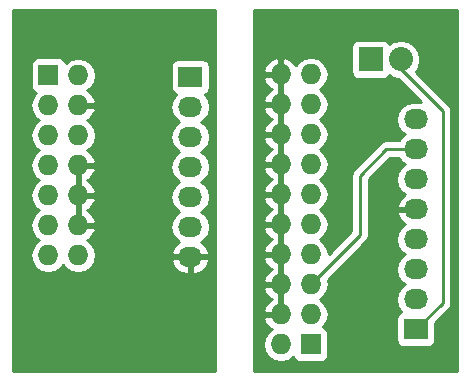
<source format=gbr>
G04 #@! TF.FileFunction,Copper,L2,Bot,Signal*
%FSLAX46Y46*%
G04 Gerber Fmt 4.6, Leading zero omitted, Abs format (unit mm)*
G04 Created by KiCad (PCBNEW 4.0.6) date 02/20/18 13:27:19*
%MOMM*%
%LPD*%
G01*
G04 APERTURE LIST*
%ADD10C,0.100000*%
%ADD11R,1.727200X1.727200*%
%ADD12O,1.727200X1.727200*%
%ADD13R,2.032000X1.727200*%
%ADD14O,2.032000X1.727200*%
%ADD15R,2.032000X2.032000*%
%ADD16O,2.032000X2.032000*%
%ADD17C,0.250000*%
%ADD18C,0.254000*%
G04 APERTURE END LIST*
D10*
D11*
X108730000Y-69220000D03*
D12*
X111270000Y-69220000D03*
X108730000Y-71760000D03*
X111270000Y-71760000D03*
X108730000Y-74300000D03*
X111270000Y-74300000D03*
X108730000Y-76840000D03*
X111270000Y-76840000D03*
X108730000Y-79380000D03*
X111270000Y-79380000D03*
X108730000Y-81920000D03*
X111270000Y-81920000D03*
X108730000Y-84460000D03*
X111270000Y-84460000D03*
D11*
X130936200Y-92009900D03*
D12*
X128396200Y-92009900D03*
X130936200Y-89469900D03*
X128396200Y-89469900D03*
X130936200Y-86929900D03*
X128396200Y-86929900D03*
X130936200Y-84389900D03*
X128396200Y-84389900D03*
X130936200Y-81849900D03*
X128396200Y-81849900D03*
X130936200Y-79309900D03*
X128396200Y-79309900D03*
X130936200Y-76769900D03*
X128396200Y-76769900D03*
X130936200Y-74229900D03*
X128396200Y-74229900D03*
X130936200Y-71689900D03*
X128396200Y-71689900D03*
X130936200Y-69149900D03*
X128396200Y-69149900D03*
D13*
X120744200Y-69357160D03*
D14*
X120744200Y-71897160D03*
X120744200Y-74437160D03*
X120744200Y-76977160D03*
X120744200Y-79517160D03*
X120744200Y-82057160D03*
X120744200Y-84597160D03*
D13*
X139826200Y-90739900D03*
D14*
X139826200Y-88199900D03*
X139826200Y-85659900D03*
X139826200Y-83119900D03*
X139826200Y-80579900D03*
X139826200Y-78039900D03*
X139826200Y-75499900D03*
X139826200Y-72959900D03*
D15*
X136016200Y-67879900D03*
D16*
X138556200Y-67879900D03*
D17*
X138556200Y-67879900D02*
X138556200Y-68692700D01*
X138556200Y-68692700D02*
X142102040Y-72238540D01*
X142102040Y-72238540D02*
X142102040Y-88464060D01*
X142102040Y-88464060D02*
X139826200Y-90739900D01*
X139826200Y-75499900D02*
X137331920Y-75499900D01*
X135117040Y-82749060D02*
X130936200Y-86929900D01*
X135117040Y-77714780D02*
X135117040Y-82749060D01*
X137331920Y-75499900D02*
X135117040Y-77714780D01*
D18*
G36*
X143290000Y-94290000D02*
X126127000Y-94290000D01*
X126127000Y-92009900D01*
X126868241Y-92009900D01*
X126982315Y-92583389D01*
X127307171Y-93069570D01*
X127793352Y-93394426D01*
X128366841Y-93508500D01*
X128425559Y-93508500D01*
X128999048Y-93394426D01*
X129464642Y-93083326D01*
X129469438Y-93108817D01*
X129608510Y-93324941D01*
X129820710Y-93469931D01*
X130072600Y-93520940D01*
X131799800Y-93520940D01*
X132035117Y-93476662D01*
X132251241Y-93337590D01*
X132396231Y-93125390D01*
X132447240Y-92873500D01*
X132447240Y-91146300D01*
X132402962Y-90910983D01*
X132263890Y-90694859D01*
X132051690Y-90549869D01*
X132008069Y-90541036D01*
X132025229Y-90529570D01*
X132350085Y-90043389D01*
X132464159Y-89469900D01*
X132350085Y-88896411D01*
X132025229Y-88410230D01*
X131710448Y-88199900D01*
X132025229Y-87989570D01*
X132350085Y-87503389D01*
X132464159Y-86929900D01*
X132388975Y-86551927D01*
X135654441Y-83286461D01*
X135819188Y-83039899D01*
X135877040Y-82749060D01*
X135877040Y-78029582D01*
X137646722Y-76259900D01*
X138381552Y-76259900D01*
X138581785Y-76559570D01*
X138896566Y-76769900D01*
X138581785Y-76980230D01*
X138256929Y-77466411D01*
X138142855Y-78039900D01*
X138256929Y-78613389D01*
X138581785Y-79099570D01*
X138891269Y-79306361D01*
X138475468Y-79677864D01*
X138221491Y-80205109D01*
X138218842Y-80220874D01*
X138339983Y-80452900D01*
X139699200Y-80452900D01*
X139699200Y-80432900D01*
X139953200Y-80432900D01*
X139953200Y-80452900D01*
X139973200Y-80452900D01*
X139973200Y-80706900D01*
X139953200Y-80706900D01*
X139953200Y-80726900D01*
X139699200Y-80726900D01*
X139699200Y-80706900D01*
X138339983Y-80706900D01*
X138218842Y-80938926D01*
X138221491Y-80954691D01*
X138475468Y-81481936D01*
X138891269Y-81853439D01*
X138581785Y-82060230D01*
X138256929Y-82546411D01*
X138142855Y-83119900D01*
X138256929Y-83693389D01*
X138581785Y-84179570D01*
X138896566Y-84389900D01*
X138581785Y-84600230D01*
X138256929Y-85086411D01*
X138142855Y-85659900D01*
X138256929Y-86233389D01*
X138581785Y-86719570D01*
X138896566Y-86929900D01*
X138581785Y-87140230D01*
X138256929Y-87626411D01*
X138142855Y-88199900D01*
X138256929Y-88773389D01*
X138581785Y-89259570D01*
X138596113Y-89269143D01*
X138574883Y-89273138D01*
X138358759Y-89412210D01*
X138213769Y-89624410D01*
X138162760Y-89876300D01*
X138162760Y-91603500D01*
X138207038Y-91838817D01*
X138346110Y-92054941D01*
X138558310Y-92199931D01*
X138810200Y-92250940D01*
X140842200Y-92250940D01*
X141077517Y-92206662D01*
X141293641Y-92067590D01*
X141438631Y-91855390D01*
X141489640Y-91603500D01*
X141489640Y-90151262D01*
X142639441Y-89001461D01*
X142804188Y-88754899D01*
X142862040Y-88464060D01*
X142862040Y-72238540D01*
X142804188Y-71947701D01*
X142639441Y-71701139D01*
X139841532Y-68903230D01*
X140081525Y-68544055D01*
X140207200Y-67912245D01*
X140207200Y-67847555D01*
X140081525Y-67215745D01*
X139723633Y-66680122D01*
X139188010Y-66322230D01*
X138556200Y-66196555D01*
X137924390Y-66322230D01*
X137584408Y-66549399D01*
X137496290Y-66412459D01*
X137284090Y-66267469D01*
X137032200Y-66216460D01*
X135000200Y-66216460D01*
X134764883Y-66260738D01*
X134548759Y-66399810D01*
X134403769Y-66612010D01*
X134352760Y-66863900D01*
X134352760Y-68895900D01*
X134397038Y-69131217D01*
X134536110Y-69347341D01*
X134748310Y-69492331D01*
X135000200Y-69543340D01*
X137032200Y-69543340D01*
X137267517Y-69499062D01*
X137483641Y-69359990D01*
X137585398Y-69211063D01*
X137924390Y-69437570D01*
X138301225Y-69512527D01*
X140309356Y-71520658D01*
X140010945Y-71461300D01*
X139641455Y-71461300D01*
X139067966Y-71575374D01*
X138581785Y-71900230D01*
X138256929Y-72386411D01*
X138142855Y-72959900D01*
X138256929Y-73533389D01*
X138581785Y-74019570D01*
X138896566Y-74229900D01*
X138581785Y-74440230D01*
X138381552Y-74739900D01*
X137331920Y-74739900D01*
X137041080Y-74797752D01*
X136794519Y-74962499D01*
X134579639Y-77177379D01*
X134414892Y-77423941D01*
X134357040Y-77714780D01*
X134357040Y-82434258D01*
X132453746Y-84337552D01*
X132350085Y-83816411D01*
X132025229Y-83330230D01*
X131710448Y-83119900D01*
X132025229Y-82909570D01*
X132350085Y-82423389D01*
X132464159Y-81849900D01*
X132350085Y-81276411D01*
X132025229Y-80790230D01*
X131710448Y-80579900D01*
X132025229Y-80369570D01*
X132350085Y-79883389D01*
X132464159Y-79309900D01*
X132350085Y-78736411D01*
X132025229Y-78250230D01*
X131710448Y-78039900D01*
X132025229Y-77829570D01*
X132350085Y-77343389D01*
X132464159Y-76769900D01*
X132350085Y-76196411D01*
X132025229Y-75710230D01*
X131710448Y-75499900D01*
X132025229Y-75289570D01*
X132350085Y-74803389D01*
X132464159Y-74229900D01*
X132350085Y-73656411D01*
X132025229Y-73170230D01*
X131710448Y-72959900D01*
X132025229Y-72749570D01*
X132350085Y-72263389D01*
X132464159Y-71689900D01*
X132350085Y-71116411D01*
X132025229Y-70630230D01*
X131710448Y-70419900D01*
X132025229Y-70209570D01*
X132350085Y-69723389D01*
X132464159Y-69149900D01*
X132350085Y-68576411D01*
X132025229Y-68090230D01*
X131539048Y-67765374D01*
X130965559Y-67651300D01*
X130906841Y-67651300D01*
X130333352Y-67765374D01*
X129847171Y-68090230D01*
X129666208Y-68361061D01*
X129284690Y-67943079D01*
X128755227Y-67694932D01*
X128523200Y-67815431D01*
X128523200Y-69022900D01*
X128543200Y-69022900D01*
X128543200Y-69276900D01*
X128523200Y-69276900D01*
X128523200Y-71562900D01*
X128543200Y-71562900D01*
X128543200Y-71816900D01*
X128523200Y-71816900D01*
X128523200Y-74102900D01*
X128543200Y-74102900D01*
X128543200Y-74356900D01*
X128523200Y-74356900D01*
X128523200Y-76642900D01*
X128543200Y-76642900D01*
X128543200Y-76896900D01*
X128523200Y-76896900D01*
X128523200Y-79182900D01*
X128543200Y-79182900D01*
X128543200Y-79436900D01*
X128523200Y-79436900D01*
X128523200Y-81722900D01*
X128543200Y-81722900D01*
X128543200Y-81976900D01*
X128523200Y-81976900D01*
X128523200Y-84262900D01*
X128543200Y-84262900D01*
X128543200Y-84516900D01*
X128523200Y-84516900D01*
X128523200Y-86802900D01*
X128543200Y-86802900D01*
X128543200Y-87056900D01*
X128523200Y-87056900D01*
X128523200Y-89342900D01*
X128543200Y-89342900D01*
X128543200Y-89596900D01*
X128523200Y-89596900D01*
X128523200Y-89616900D01*
X128269200Y-89616900D01*
X128269200Y-89596900D01*
X127062383Y-89596900D01*
X126941242Y-89828926D01*
X127113512Y-90244847D01*
X127507710Y-90676721D01*
X127630428Y-90734236D01*
X127307171Y-90950230D01*
X126982315Y-91436411D01*
X126868241Y-92009900D01*
X126127000Y-92009900D01*
X126127000Y-87288926D01*
X126941242Y-87288926D01*
X127113512Y-87704847D01*
X127507710Y-88136721D01*
X127642513Y-88199900D01*
X127507710Y-88263079D01*
X127113512Y-88694953D01*
X126941242Y-89110874D01*
X127062383Y-89342900D01*
X128269200Y-89342900D01*
X128269200Y-87056900D01*
X127062383Y-87056900D01*
X126941242Y-87288926D01*
X126127000Y-87288926D01*
X126127000Y-84748926D01*
X126941242Y-84748926D01*
X127113512Y-85164847D01*
X127507710Y-85596721D01*
X127642513Y-85659900D01*
X127507710Y-85723079D01*
X127113512Y-86154953D01*
X126941242Y-86570874D01*
X127062383Y-86802900D01*
X128269200Y-86802900D01*
X128269200Y-84516900D01*
X127062383Y-84516900D01*
X126941242Y-84748926D01*
X126127000Y-84748926D01*
X126127000Y-82208926D01*
X126941242Y-82208926D01*
X127113512Y-82624847D01*
X127507710Y-83056721D01*
X127642513Y-83119900D01*
X127507710Y-83183079D01*
X127113512Y-83614953D01*
X126941242Y-84030874D01*
X127062383Y-84262900D01*
X128269200Y-84262900D01*
X128269200Y-81976900D01*
X127062383Y-81976900D01*
X126941242Y-82208926D01*
X126127000Y-82208926D01*
X126127000Y-79668926D01*
X126941242Y-79668926D01*
X127113512Y-80084847D01*
X127507710Y-80516721D01*
X127642513Y-80579900D01*
X127507710Y-80643079D01*
X127113512Y-81074953D01*
X126941242Y-81490874D01*
X127062383Y-81722900D01*
X128269200Y-81722900D01*
X128269200Y-79436900D01*
X127062383Y-79436900D01*
X126941242Y-79668926D01*
X126127000Y-79668926D01*
X126127000Y-77128926D01*
X126941242Y-77128926D01*
X127113512Y-77544847D01*
X127507710Y-77976721D01*
X127642513Y-78039900D01*
X127507710Y-78103079D01*
X127113512Y-78534953D01*
X126941242Y-78950874D01*
X127062383Y-79182900D01*
X128269200Y-79182900D01*
X128269200Y-76896900D01*
X127062383Y-76896900D01*
X126941242Y-77128926D01*
X126127000Y-77128926D01*
X126127000Y-74588926D01*
X126941242Y-74588926D01*
X127113512Y-75004847D01*
X127507710Y-75436721D01*
X127642513Y-75499900D01*
X127507710Y-75563079D01*
X127113512Y-75994953D01*
X126941242Y-76410874D01*
X127062383Y-76642900D01*
X128269200Y-76642900D01*
X128269200Y-74356900D01*
X127062383Y-74356900D01*
X126941242Y-74588926D01*
X126127000Y-74588926D01*
X126127000Y-72048926D01*
X126941242Y-72048926D01*
X127113512Y-72464847D01*
X127507710Y-72896721D01*
X127642513Y-72959900D01*
X127507710Y-73023079D01*
X127113512Y-73454953D01*
X126941242Y-73870874D01*
X127062383Y-74102900D01*
X128269200Y-74102900D01*
X128269200Y-71816900D01*
X127062383Y-71816900D01*
X126941242Y-72048926D01*
X126127000Y-72048926D01*
X126127000Y-69508926D01*
X126941242Y-69508926D01*
X127113512Y-69924847D01*
X127507710Y-70356721D01*
X127642513Y-70419900D01*
X127507710Y-70483079D01*
X127113512Y-70914953D01*
X126941242Y-71330874D01*
X127062383Y-71562900D01*
X128269200Y-71562900D01*
X128269200Y-69276900D01*
X127062383Y-69276900D01*
X126941242Y-69508926D01*
X126127000Y-69508926D01*
X126127000Y-68790874D01*
X126941242Y-68790874D01*
X127062383Y-69022900D01*
X128269200Y-69022900D01*
X128269200Y-67815431D01*
X128037173Y-67694932D01*
X127507710Y-67943079D01*
X127113512Y-68374953D01*
X126941242Y-68790874D01*
X126127000Y-68790874D01*
X126127000Y-63710000D01*
X143290000Y-63710000D01*
X143290000Y-94290000D01*
X143290000Y-94290000D01*
G37*
X143290000Y-94290000D02*
X126127000Y-94290000D01*
X126127000Y-92009900D01*
X126868241Y-92009900D01*
X126982315Y-92583389D01*
X127307171Y-93069570D01*
X127793352Y-93394426D01*
X128366841Y-93508500D01*
X128425559Y-93508500D01*
X128999048Y-93394426D01*
X129464642Y-93083326D01*
X129469438Y-93108817D01*
X129608510Y-93324941D01*
X129820710Y-93469931D01*
X130072600Y-93520940D01*
X131799800Y-93520940D01*
X132035117Y-93476662D01*
X132251241Y-93337590D01*
X132396231Y-93125390D01*
X132447240Y-92873500D01*
X132447240Y-91146300D01*
X132402962Y-90910983D01*
X132263890Y-90694859D01*
X132051690Y-90549869D01*
X132008069Y-90541036D01*
X132025229Y-90529570D01*
X132350085Y-90043389D01*
X132464159Y-89469900D01*
X132350085Y-88896411D01*
X132025229Y-88410230D01*
X131710448Y-88199900D01*
X132025229Y-87989570D01*
X132350085Y-87503389D01*
X132464159Y-86929900D01*
X132388975Y-86551927D01*
X135654441Y-83286461D01*
X135819188Y-83039899D01*
X135877040Y-82749060D01*
X135877040Y-78029582D01*
X137646722Y-76259900D01*
X138381552Y-76259900D01*
X138581785Y-76559570D01*
X138896566Y-76769900D01*
X138581785Y-76980230D01*
X138256929Y-77466411D01*
X138142855Y-78039900D01*
X138256929Y-78613389D01*
X138581785Y-79099570D01*
X138891269Y-79306361D01*
X138475468Y-79677864D01*
X138221491Y-80205109D01*
X138218842Y-80220874D01*
X138339983Y-80452900D01*
X139699200Y-80452900D01*
X139699200Y-80432900D01*
X139953200Y-80432900D01*
X139953200Y-80452900D01*
X139973200Y-80452900D01*
X139973200Y-80706900D01*
X139953200Y-80706900D01*
X139953200Y-80726900D01*
X139699200Y-80726900D01*
X139699200Y-80706900D01*
X138339983Y-80706900D01*
X138218842Y-80938926D01*
X138221491Y-80954691D01*
X138475468Y-81481936D01*
X138891269Y-81853439D01*
X138581785Y-82060230D01*
X138256929Y-82546411D01*
X138142855Y-83119900D01*
X138256929Y-83693389D01*
X138581785Y-84179570D01*
X138896566Y-84389900D01*
X138581785Y-84600230D01*
X138256929Y-85086411D01*
X138142855Y-85659900D01*
X138256929Y-86233389D01*
X138581785Y-86719570D01*
X138896566Y-86929900D01*
X138581785Y-87140230D01*
X138256929Y-87626411D01*
X138142855Y-88199900D01*
X138256929Y-88773389D01*
X138581785Y-89259570D01*
X138596113Y-89269143D01*
X138574883Y-89273138D01*
X138358759Y-89412210D01*
X138213769Y-89624410D01*
X138162760Y-89876300D01*
X138162760Y-91603500D01*
X138207038Y-91838817D01*
X138346110Y-92054941D01*
X138558310Y-92199931D01*
X138810200Y-92250940D01*
X140842200Y-92250940D01*
X141077517Y-92206662D01*
X141293641Y-92067590D01*
X141438631Y-91855390D01*
X141489640Y-91603500D01*
X141489640Y-90151262D01*
X142639441Y-89001461D01*
X142804188Y-88754899D01*
X142862040Y-88464060D01*
X142862040Y-72238540D01*
X142804188Y-71947701D01*
X142639441Y-71701139D01*
X139841532Y-68903230D01*
X140081525Y-68544055D01*
X140207200Y-67912245D01*
X140207200Y-67847555D01*
X140081525Y-67215745D01*
X139723633Y-66680122D01*
X139188010Y-66322230D01*
X138556200Y-66196555D01*
X137924390Y-66322230D01*
X137584408Y-66549399D01*
X137496290Y-66412459D01*
X137284090Y-66267469D01*
X137032200Y-66216460D01*
X135000200Y-66216460D01*
X134764883Y-66260738D01*
X134548759Y-66399810D01*
X134403769Y-66612010D01*
X134352760Y-66863900D01*
X134352760Y-68895900D01*
X134397038Y-69131217D01*
X134536110Y-69347341D01*
X134748310Y-69492331D01*
X135000200Y-69543340D01*
X137032200Y-69543340D01*
X137267517Y-69499062D01*
X137483641Y-69359990D01*
X137585398Y-69211063D01*
X137924390Y-69437570D01*
X138301225Y-69512527D01*
X140309356Y-71520658D01*
X140010945Y-71461300D01*
X139641455Y-71461300D01*
X139067966Y-71575374D01*
X138581785Y-71900230D01*
X138256929Y-72386411D01*
X138142855Y-72959900D01*
X138256929Y-73533389D01*
X138581785Y-74019570D01*
X138896566Y-74229900D01*
X138581785Y-74440230D01*
X138381552Y-74739900D01*
X137331920Y-74739900D01*
X137041080Y-74797752D01*
X136794519Y-74962499D01*
X134579639Y-77177379D01*
X134414892Y-77423941D01*
X134357040Y-77714780D01*
X134357040Y-82434258D01*
X132453746Y-84337552D01*
X132350085Y-83816411D01*
X132025229Y-83330230D01*
X131710448Y-83119900D01*
X132025229Y-82909570D01*
X132350085Y-82423389D01*
X132464159Y-81849900D01*
X132350085Y-81276411D01*
X132025229Y-80790230D01*
X131710448Y-80579900D01*
X132025229Y-80369570D01*
X132350085Y-79883389D01*
X132464159Y-79309900D01*
X132350085Y-78736411D01*
X132025229Y-78250230D01*
X131710448Y-78039900D01*
X132025229Y-77829570D01*
X132350085Y-77343389D01*
X132464159Y-76769900D01*
X132350085Y-76196411D01*
X132025229Y-75710230D01*
X131710448Y-75499900D01*
X132025229Y-75289570D01*
X132350085Y-74803389D01*
X132464159Y-74229900D01*
X132350085Y-73656411D01*
X132025229Y-73170230D01*
X131710448Y-72959900D01*
X132025229Y-72749570D01*
X132350085Y-72263389D01*
X132464159Y-71689900D01*
X132350085Y-71116411D01*
X132025229Y-70630230D01*
X131710448Y-70419900D01*
X132025229Y-70209570D01*
X132350085Y-69723389D01*
X132464159Y-69149900D01*
X132350085Y-68576411D01*
X132025229Y-68090230D01*
X131539048Y-67765374D01*
X130965559Y-67651300D01*
X130906841Y-67651300D01*
X130333352Y-67765374D01*
X129847171Y-68090230D01*
X129666208Y-68361061D01*
X129284690Y-67943079D01*
X128755227Y-67694932D01*
X128523200Y-67815431D01*
X128523200Y-69022900D01*
X128543200Y-69022900D01*
X128543200Y-69276900D01*
X128523200Y-69276900D01*
X128523200Y-71562900D01*
X128543200Y-71562900D01*
X128543200Y-71816900D01*
X128523200Y-71816900D01*
X128523200Y-74102900D01*
X128543200Y-74102900D01*
X128543200Y-74356900D01*
X128523200Y-74356900D01*
X128523200Y-76642900D01*
X128543200Y-76642900D01*
X128543200Y-76896900D01*
X128523200Y-76896900D01*
X128523200Y-79182900D01*
X128543200Y-79182900D01*
X128543200Y-79436900D01*
X128523200Y-79436900D01*
X128523200Y-81722900D01*
X128543200Y-81722900D01*
X128543200Y-81976900D01*
X128523200Y-81976900D01*
X128523200Y-84262900D01*
X128543200Y-84262900D01*
X128543200Y-84516900D01*
X128523200Y-84516900D01*
X128523200Y-86802900D01*
X128543200Y-86802900D01*
X128543200Y-87056900D01*
X128523200Y-87056900D01*
X128523200Y-89342900D01*
X128543200Y-89342900D01*
X128543200Y-89596900D01*
X128523200Y-89596900D01*
X128523200Y-89616900D01*
X128269200Y-89616900D01*
X128269200Y-89596900D01*
X127062383Y-89596900D01*
X126941242Y-89828926D01*
X127113512Y-90244847D01*
X127507710Y-90676721D01*
X127630428Y-90734236D01*
X127307171Y-90950230D01*
X126982315Y-91436411D01*
X126868241Y-92009900D01*
X126127000Y-92009900D01*
X126127000Y-87288926D01*
X126941242Y-87288926D01*
X127113512Y-87704847D01*
X127507710Y-88136721D01*
X127642513Y-88199900D01*
X127507710Y-88263079D01*
X127113512Y-88694953D01*
X126941242Y-89110874D01*
X127062383Y-89342900D01*
X128269200Y-89342900D01*
X128269200Y-87056900D01*
X127062383Y-87056900D01*
X126941242Y-87288926D01*
X126127000Y-87288926D01*
X126127000Y-84748926D01*
X126941242Y-84748926D01*
X127113512Y-85164847D01*
X127507710Y-85596721D01*
X127642513Y-85659900D01*
X127507710Y-85723079D01*
X127113512Y-86154953D01*
X126941242Y-86570874D01*
X127062383Y-86802900D01*
X128269200Y-86802900D01*
X128269200Y-84516900D01*
X127062383Y-84516900D01*
X126941242Y-84748926D01*
X126127000Y-84748926D01*
X126127000Y-82208926D01*
X126941242Y-82208926D01*
X127113512Y-82624847D01*
X127507710Y-83056721D01*
X127642513Y-83119900D01*
X127507710Y-83183079D01*
X127113512Y-83614953D01*
X126941242Y-84030874D01*
X127062383Y-84262900D01*
X128269200Y-84262900D01*
X128269200Y-81976900D01*
X127062383Y-81976900D01*
X126941242Y-82208926D01*
X126127000Y-82208926D01*
X126127000Y-79668926D01*
X126941242Y-79668926D01*
X127113512Y-80084847D01*
X127507710Y-80516721D01*
X127642513Y-80579900D01*
X127507710Y-80643079D01*
X127113512Y-81074953D01*
X126941242Y-81490874D01*
X127062383Y-81722900D01*
X128269200Y-81722900D01*
X128269200Y-79436900D01*
X127062383Y-79436900D01*
X126941242Y-79668926D01*
X126127000Y-79668926D01*
X126127000Y-77128926D01*
X126941242Y-77128926D01*
X127113512Y-77544847D01*
X127507710Y-77976721D01*
X127642513Y-78039900D01*
X127507710Y-78103079D01*
X127113512Y-78534953D01*
X126941242Y-78950874D01*
X127062383Y-79182900D01*
X128269200Y-79182900D01*
X128269200Y-76896900D01*
X127062383Y-76896900D01*
X126941242Y-77128926D01*
X126127000Y-77128926D01*
X126127000Y-74588926D01*
X126941242Y-74588926D01*
X127113512Y-75004847D01*
X127507710Y-75436721D01*
X127642513Y-75499900D01*
X127507710Y-75563079D01*
X127113512Y-75994953D01*
X126941242Y-76410874D01*
X127062383Y-76642900D01*
X128269200Y-76642900D01*
X128269200Y-74356900D01*
X127062383Y-74356900D01*
X126941242Y-74588926D01*
X126127000Y-74588926D01*
X126127000Y-72048926D01*
X126941242Y-72048926D01*
X127113512Y-72464847D01*
X127507710Y-72896721D01*
X127642513Y-72959900D01*
X127507710Y-73023079D01*
X127113512Y-73454953D01*
X126941242Y-73870874D01*
X127062383Y-74102900D01*
X128269200Y-74102900D01*
X128269200Y-71816900D01*
X127062383Y-71816900D01*
X126941242Y-72048926D01*
X126127000Y-72048926D01*
X126127000Y-69508926D01*
X126941242Y-69508926D01*
X127113512Y-69924847D01*
X127507710Y-70356721D01*
X127642513Y-70419900D01*
X127507710Y-70483079D01*
X127113512Y-70914953D01*
X126941242Y-71330874D01*
X127062383Y-71562900D01*
X128269200Y-71562900D01*
X128269200Y-69276900D01*
X127062383Y-69276900D01*
X126941242Y-69508926D01*
X126127000Y-69508926D01*
X126127000Y-68790874D01*
X126941242Y-68790874D01*
X127062383Y-69022900D01*
X128269200Y-69022900D01*
X128269200Y-67815431D01*
X128037173Y-67694932D01*
X127507710Y-67943079D01*
X127113512Y-68374953D01*
X126941242Y-68790874D01*
X126127000Y-68790874D01*
X126127000Y-63710000D01*
X143290000Y-63710000D01*
X143290000Y-94290000D01*
G36*
X122873000Y-94290000D02*
X105710000Y-94290000D01*
X105710000Y-71760000D01*
X107202041Y-71760000D01*
X107316115Y-72333489D01*
X107640971Y-72819670D01*
X107955752Y-73030000D01*
X107640971Y-73240330D01*
X107316115Y-73726511D01*
X107202041Y-74300000D01*
X107316115Y-74873489D01*
X107640971Y-75359670D01*
X107955752Y-75570000D01*
X107640971Y-75780330D01*
X107316115Y-76266511D01*
X107202041Y-76840000D01*
X107316115Y-77413489D01*
X107640971Y-77899670D01*
X107955752Y-78110000D01*
X107640971Y-78320330D01*
X107316115Y-78806511D01*
X107202041Y-79380000D01*
X107316115Y-79953489D01*
X107640971Y-80439670D01*
X107955752Y-80650000D01*
X107640971Y-80860330D01*
X107316115Y-81346511D01*
X107202041Y-81920000D01*
X107316115Y-82493489D01*
X107640971Y-82979670D01*
X107955752Y-83190000D01*
X107640971Y-83400330D01*
X107316115Y-83886511D01*
X107202041Y-84460000D01*
X107316115Y-85033489D01*
X107640971Y-85519670D01*
X108127152Y-85844526D01*
X108700641Y-85958600D01*
X108759359Y-85958600D01*
X109332848Y-85844526D01*
X109819029Y-85519670D01*
X110000000Y-85248828D01*
X110180971Y-85519670D01*
X110667152Y-85844526D01*
X111240641Y-85958600D01*
X111299359Y-85958600D01*
X111872848Y-85844526D01*
X112359029Y-85519670D01*
X112683885Y-85033489D01*
X112699261Y-84956186D01*
X119136842Y-84956186D01*
X119139491Y-84971951D01*
X119393468Y-85499196D01*
X119829880Y-85889114D01*
X120382287Y-86082344D01*
X120617200Y-85938084D01*
X120617200Y-84724160D01*
X120871200Y-84724160D01*
X120871200Y-85938084D01*
X121106113Y-86082344D01*
X121658520Y-85889114D01*
X122094932Y-85499196D01*
X122348909Y-84971951D01*
X122351558Y-84956186D01*
X122230417Y-84724160D01*
X120871200Y-84724160D01*
X120617200Y-84724160D01*
X119257983Y-84724160D01*
X119136842Y-84956186D01*
X112699261Y-84956186D01*
X112797959Y-84460000D01*
X112683885Y-83886511D01*
X112359029Y-83400330D01*
X112035772Y-83184336D01*
X112158490Y-83126821D01*
X112552688Y-82694947D01*
X112724958Y-82279026D01*
X112603817Y-82047000D01*
X111397000Y-82047000D01*
X111397000Y-82067000D01*
X111143000Y-82067000D01*
X111143000Y-82047000D01*
X111123000Y-82047000D01*
X111123000Y-81793000D01*
X111143000Y-81793000D01*
X111143000Y-79507000D01*
X111397000Y-79507000D01*
X111397000Y-81793000D01*
X112603817Y-81793000D01*
X112724958Y-81560974D01*
X112552688Y-81145053D01*
X112158490Y-80713179D01*
X112023687Y-80650000D01*
X112158490Y-80586821D01*
X112552688Y-80154947D01*
X112724958Y-79739026D01*
X112603817Y-79507000D01*
X111397000Y-79507000D01*
X111143000Y-79507000D01*
X111123000Y-79507000D01*
X111123000Y-79253000D01*
X111143000Y-79253000D01*
X111143000Y-76967000D01*
X111397000Y-76967000D01*
X111397000Y-79253000D01*
X112603817Y-79253000D01*
X112724958Y-79020974D01*
X112552688Y-78605053D01*
X112158490Y-78173179D01*
X112023687Y-78110000D01*
X112158490Y-78046821D01*
X112552688Y-77614947D01*
X112724958Y-77199026D01*
X112603817Y-76967000D01*
X111397000Y-76967000D01*
X111143000Y-76967000D01*
X111123000Y-76967000D01*
X111123000Y-76713000D01*
X111143000Y-76713000D01*
X111143000Y-76693000D01*
X111397000Y-76693000D01*
X111397000Y-76713000D01*
X112603817Y-76713000D01*
X112724958Y-76480974D01*
X112552688Y-76065053D01*
X112158490Y-75633179D01*
X112035772Y-75575664D01*
X112359029Y-75359670D01*
X112683885Y-74873489D01*
X112797959Y-74300000D01*
X112683885Y-73726511D01*
X112359029Y-73240330D01*
X112035772Y-73024336D01*
X112158490Y-72966821D01*
X112552688Y-72534947D01*
X112724958Y-72119026D01*
X112609122Y-71897160D01*
X119060855Y-71897160D01*
X119174929Y-72470649D01*
X119499785Y-72956830D01*
X119814566Y-73167160D01*
X119499785Y-73377490D01*
X119174929Y-73863671D01*
X119060855Y-74437160D01*
X119174929Y-75010649D01*
X119499785Y-75496830D01*
X119814566Y-75707160D01*
X119499785Y-75917490D01*
X119174929Y-76403671D01*
X119060855Y-76977160D01*
X119174929Y-77550649D01*
X119499785Y-78036830D01*
X119814566Y-78247160D01*
X119499785Y-78457490D01*
X119174929Y-78943671D01*
X119060855Y-79517160D01*
X119174929Y-80090649D01*
X119499785Y-80576830D01*
X119814566Y-80787160D01*
X119499785Y-80997490D01*
X119174929Y-81483671D01*
X119060855Y-82057160D01*
X119174929Y-82630649D01*
X119499785Y-83116830D01*
X119809269Y-83323621D01*
X119393468Y-83695124D01*
X119139491Y-84222369D01*
X119136842Y-84238134D01*
X119257983Y-84470160D01*
X120617200Y-84470160D01*
X120617200Y-84450160D01*
X120871200Y-84450160D01*
X120871200Y-84470160D01*
X122230417Y-84470160D01*
X122351558Y-84238134D01*
X122348909Y-84222369D01*
X122094932Y-83695124D01*
X121679131Y-83323621D01*
X121988615Y-83116830D01*
X122313471Y-82630649D01*
X122427545Y-82057160D01*
X122313471Y-81483671D01*
X121988615Y-80997490D01*
X121673834Y-80787160D01*
X121988615Y-80576830D01*
X122313471Y-80090649D01*
X122427545Y-79517160D01*
X122313471Y-78943671D01*
X121988615Y-78457490D01*
X121673834Y-78247160D01*
X121988615Y-78036830D01*
X122313471Y-77550649D01*
X122427545Y-76977160D01*
X122313471Y-76403671D01*
X121988615Y-75917490D01*
X121673834Y-75707160D01*
X121988615Y-75496830D01*
X122313471Y-75010649D01*
X122427545Y-74437160D01*
X122313471Y-73863671D01*
X121988615Y-73377490D01*
X121673834Y-73167160D01*
X121988615Y-72956830D01*
X122313471Y-72470649D01*
X122427545Y-71897160D01*
X122313471Y-71323671D01*
X121988615Y-70837490D01*
X121974287Y-70827917D01*
X121995517Y-70823922D01*
X122211641Y-70684850D01*
X122356631Y-70472650D01*
X122407640Y-70220760D01*
X122407640Y-68493560D01*
X122363362Y-68258243D01*
X122224290Y-68042119D01*
X122012090Y-67897129D01*
X121760200Y-67846120D01*
X119728200Y-67846120D01*
X119492883Y-67890398D01*
X119276759Y-68029470D01*
X119131769Y-68241670D01*
X119080760Y-68493560D01*
X119080760Y-70220760D01*
X119125038Y-70456077D01*
X119264110Y-70672201D01*
X119476310Y-70817191D01*
X119517639Y-70825560D01*
X119499785Y-70837490D01*
X119174929Y-71323671D01*
X119060855Y-71897160D01*
X112609122Y-71897160D01*
X112603817Y-71887000D01*
X111397000Y-71887000D01*
X111397000Y-71907000D01*
X111143000Y-71907000D01*
X111143000Y-71887000D01*
X111123000Y-71887000D01*
X111123000Y-71633000D01*
X111143000Y-71633000D01*
X111143000Y-71613000D01*
X111397000Y-71613000D01*
X111397000Y-71633000D01*
X112603817Y-71633000D01*
X112724958Y-71400974D01*
X112552688Y-70985053D01*
X112158490Y-70553179D01*
X112035772Y-70495664D01*
X112359029Y-70279670D01*
X112683885Y-69793489D01*
X112797959Y-69220000D01*
X112683885Y-68646511D01*
X112359029Y-68160330D01*
X111872848Y-67835474D01*
X111299359Y-67721400D01*
X111240641Y-67721400D01*
X110667152Y-67835474D01*
X110201558Y-68146574D01*
X110196762Y-68121083D01*
X110057690Y-67904959D01*
X109845490Y-67759969D01*
X109593600Y-67708960D01*
X107866400Y-67708960D01*
X107631083Y-67753238D01*
X107414959Y-67892310D01*
X107269969Y-68104510D01*
X107218960Y-68356400D01*
X107218960Y-70083600D01*
X107263238Y-70318917D01*
X107402310Y-70535041D01*
X107614510Y-70680031D01*
X107658131Y-70688864D01*
X107640971Y-70700330D01*
X107316115Y-71186511D01*
X107202041Y-71760000D01*
X105710000Y-71760000D01*
X105710000Y-63710000D01*
X122873000Y-63710000D01*
X122873000Y-94290000D01*
X122873000Y-94290000D01*
G37*
X122873000Y-94290000D02*
X105710000Y-94290000D01*
X105710000Y-71760000D01*
X107202041Y-71760000D01*
X107316115Y-72333489D01*
X107640971Y-72819670D01*
X107955752Y-73030000D01*
X107640971Y-73240330D01*
X107316115Y-73726511D01*
X107202041Y-74300000D01*
X107316115Y-74873489D01*
X107640971Y-75359670D01*
X107955752Y-75570000D01*
X107640971Y-75780330D01*
X107316115Y-76266511D01*
X107202041Y-76840000D01*
X107316115Y-77413489D01*
X107640971Y-77899670D01*
X107955752Y-78110000D01*
X107640971Y-78320330D01*
X107316115Y-78806511D01*
X107202041Y-79380000D01*
X107316115Y-79953489D01*
X107640971Y-80439670D01*
X107955752Y-80650000D01*
X107640971Y-80860330D01*
X107316115Y-81346511D01*
X107202041Y-81920000D01*
X107316115Y-82493489D01*
X107640971Y-82979670D01*
X107955752Y-83190000D01*
X107640971Y-83400330D01*
X107316115Y-83886511D01*
X107202041Y-84460000D01*
X107316115Y-85033489D01*
X107640971Y-85519670D01*
X108127152Y-85844526D01*
X108700641Y-85958600D01*
X108759359Y-85958600D01*
X109332848Y-85844526D01*
X109819029Y-85519670D01*
X110000000Y-85248828D01*
X110180971Y-85519670D01*
X110667152Y-85844526D01*
X111240641Y-85958600D01*
X111299359Y-85958600D01*
X111872848Y-85844526D01*
X112359029Y-85519670D01*
X112683885Y-85033489D01*
X112699261Y-84956186D01*
X119136842Y-84956186D01*
X119139491Y-84971951D01*
X119393468Y-85499196D01*
X119829880Y-85889114D01*
X120382287Y-86082344D01*
X120617200Y-85938084D01*
X120617200Y-84724160D01*
X120871200Y-84724160D01*
X120871200Y-85938084D01*
X121106113Y-86082344D01*
X121658520Y-85889114D01*
X122094932Y-85499196D01*
X122348909Y-84971951D01*
X122351558Y-84956186D01*
X122230417Y-84724160D01*
X120871200Y-84724160D01*
X120617200Y-84724160D01*
X119257983Y-84724160D01*
X119136842Y-84956186D01*
X112699261Y-84956186D01*
X112797959Y-84460000D01*
X112683885Y-83886511D01*
X112359029Y-83400330D01*
X112035772Y-83184336D01*
X112158490Y-83126821D01*
X112552688Y-82694947D01*
X112724958Y-82279026D01*
X112603817Y-82047000D01*
X111397000Y-82047000D01*
X111397000Y-82067000D01*
X111143000Y-82067000D01*
X111143000Y-82047000D01*
X111123000Y-82047000D01*
X111123000Y-81793000D01*
X111143000Y-81793000D01*
X111143000Y-79507000D01*
X111397000Y-79507000D01*
X111397000Y-81793000D01*
X112603817Y-81793000D01*
X112724958Y-81560974D01*
X112552688Y-81145053D01*
X112158490Y-80713179D01*
X112023687Y-80650000D01*
X112158490Y-80586821D01*
X112552688Y-80154947D01*
X112724958Y-79739026D01*
X112603817Y-79507000D01*
X111397000Y-79507000D01*
X111143000Y-79507000D01*
X111123000Y-79507000D01*
X111123000Y-79253000D01*
X111143000Y-79253000D01*
X111143000Y-76967000D01*
X111397000Y-76967000D01*
X111397000Y-79253000D01*
X112603817Y-79253000D01*
X112724958Y-79020974D01*
X112552688Y-78605053D01*
X112158490Y-78173179D01*
X112023687Y-78110000D01*
X112158490Y-78046821D01*
X112552688Y-77614947D01*
X112724958Y-77199026D01*
X112603817Y-76967000D01*
X111397000Y-76967000D01*
X111143000Y-76967000D01*
X111123000Y-76967000D01*
X111123000Y-76713000D01*
X111143000Y-76713000D01*
X111143000Y-76693000D01*
X111397000Y-76693000D01*
X111397000Y-76713000D01*
X112603817Y-76713000D01*
X112724958Y-76480974D01*
X112552688Y-76065053D01*
X112158490Y-75633179D01*
X112035772Y-75575664D01*
X112359029Y-75359670D01*
X112683885Y-74873489D01*
X112797959Y-74300000D01*
X112683885Y-73726511D01*
X112359029Y-73240330D01*
X112035772Y-73024336D01*
X112158490Y-72966821D01*
X112552688Y-72534947D01*
X112724958Y-72119026D01*
X112609122Y-71897160D01*
X119060855Y-71897160D01*
X119174929Y-72470649D01*
X119499785Y-72956830D01*
X119814566Y-73167160D01*
X119499785Y-73377490D01*
X119174929Y-73863671D01*
X119060855Y-74437160D01*
X119174929Y-75010649D01*
X119499785Y-75496830D01*
X119814566Y-75707160D01*
X119499785Y-75917490D01*
X119174929Y-76403671D01*
X119060855Y-76977160D01*
X119174929Y-77550649D01*
X119499785Y-78036830D01*
X119814566Y-78247160D01*
X119499785Y-78457490D01*
X119174929Y-78943671D01*
X119060855Y-79517160D01*
X119174929Y-80090649D01*
X119499785Y-80576830D01*
X119814566Y-80787160D01*
X119499785Y-80997490D01*
X119174929Y-81483671D01*
X119060855Y-82057160D01*
X119174929Y-82630649D01*
X119499785Y-83116830D01*
X119809269Y-83323621D01*
X119393468Y-83695124D01*
X119139491Y-84222369D01*
X119136842Y-84238134D01*
X119257983Y-84470160D01*
X120617200Y-84470160D01*
X120617200Y-84450160D01*
X120871200Y-84450160D01*
X120871200Y-84470160D01*
X122230417Y-84470160D01*
X122351558Y-84238134D01*
X122348909Y-84222369D01*
X122094932Y-83695124D01*
X121679131Y-83323621D01*
X121988615Y-83116830D01*
X122313471Y-82630649D01*
X122427545Y-82057160D01*
X122313471Y-81483671D01*
X121988615Y-80997490D01*
X121673834Y-80787160D01*
X121988615Y-80576830D01*
X122313471Y-80090649D01*
X122427545Y-79517160D01*
X122313471Y-78943671D01*
X121988615Y-78457490D01*
X121673834Y-78247160D01*
X121988615Y-78036830D01*
X122313471Y-77550649D01*
X122427545Y-76977160D01*
X122313471Y-76403671D01*
X121988615Y-75917490D01*
X121673834Y-75707160D01*
X121988615Y-75496830D01*
X122313471Y-75010649D01*
X122427545Y-74437160D01*
X122313471Y-73863671D01*
X121988615Y-73377490D01*
X121673834Y-73167160D01*
X121988615Y-72956830D01*
X122313471Y-72470649D01*
X122427545Y-71897160D01*
X122313471Y-71323671D01*
X121988615Y-70837490D01*
X121974287Y-70827917D01*
X121995517Y-70823922D01*
X122211641Y-70684850D01*
X122356631Y-70472650D01*
X122407640Y-70220760D01*
X122407640Y-68493560D01*
X122363362Y-68258243D01*
X122224290Y-68042119D01*
X122012090Y-67897129D01*
X121760200Y-67846120D01*
X119728200Y-67846120D01*
X119492883Y-67890398D01*
X119276759Y-68029470D01*
X119131769Y-68241670D01*
X119080760Y-68493560D01*
X119080760Y-70220760D01*
X119125038Y-70456077D01*
X119264110Y-70672201D01*
X119476310Y-70817191D01*
X119517639Y-70825560D01*
X119499785Y-70837490D01*
X119174929Y-71323671D01*
X119060855Y-71897160D01*
X112609122Y-71897160D01*
X112603817Y-71887000D01*
X111397000Y-71887000D01*
X111397000Y-71907000D01*
X111143000Y-71907000D01*
X111143000Y-71887000D01*
X111123000Y-71887000D01*
X111123000Y-71633000D01*
X111143000Y-71633000D01*
X111143000Y-71613000D01*
X111397000Y-71613000D01*
X111397000Y-71633000D01*
X112603817Y-71633000D01*
X112724958Y-71400974D01*
X112552688Y-70985053D01*
X112158490Y-70553179D01*
X112035772Y-70495664D01*
X112359029Y-70279670D01*
X112683885Y-69793489D01*
X112797959Y-69220000D01*
X112683885Y-68646511D01*
X112359029Y-68160330D01*
X111872848Y-67835474D01*
X111299359Y-67721400D01*
X111240641Y-67721400D01*
X110667152Y-67835474D01*
X110201558Y-68146574D01*
X110196762Y-68121083D01*
X110057690Y-67904959D01*
X109845490Y-67759969D01*
X109593600Y-67708960D01*
X107866400Y-67708960D01*
X107631083Y-67753238D01*
X107414959Y-67892310D01*
X107269969Y-68104510D01*
X107218960Y-68356400D01*
X107218960Y-70083600D01*
X107263238Y-70318917D01*
X107402310Y-70535041D01*
X107614510Y-70680031D01*
X107658131Y-70688864D01*
X107640971Y-70700330D01*
X107316115Y-71186511D01*
X107202041Y-71760000D01*
X105710000Y-71760000D01*
X105710000Y-63710000D01*
X122873000Y-63710000D01*
X122873000Y-94290000D01*
M02*

</source>
